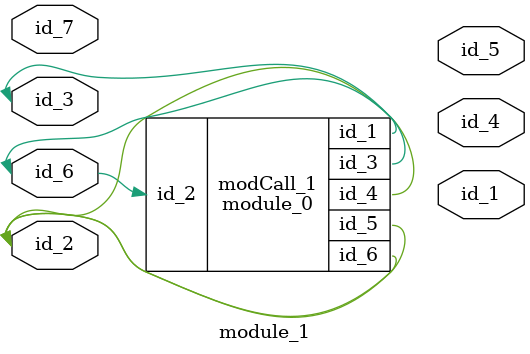
<source format=v>
module module_0 (
    id_1,
    id_2,
    id_3,
    id_4,
    id_5,
    id_6
);
  inout wire id_6;
  inout wire id_5;
  inout wire id_4;
  inout wire id_3;
  input wire id_2;
  inout wire id_1;
  wire id_7 = id_4;
endmodule
module module_1 (
    id_1,
    id_2,
    id_3,
    id_4,
    id_5,
    id_6,
    id_7
);
  input wire id_7;
  inout wire id_6;
  output wire id_5;
  output wire id_4;
  inout wire id_3;
  inout wire id_2;
  output wire id_1;
  wire id_8;
  module_0 modCall_1 (
      id_3,
      id_6,
      id_6,
      id_2,
      id_2,
      id_2
  );
endmodule

</source>
